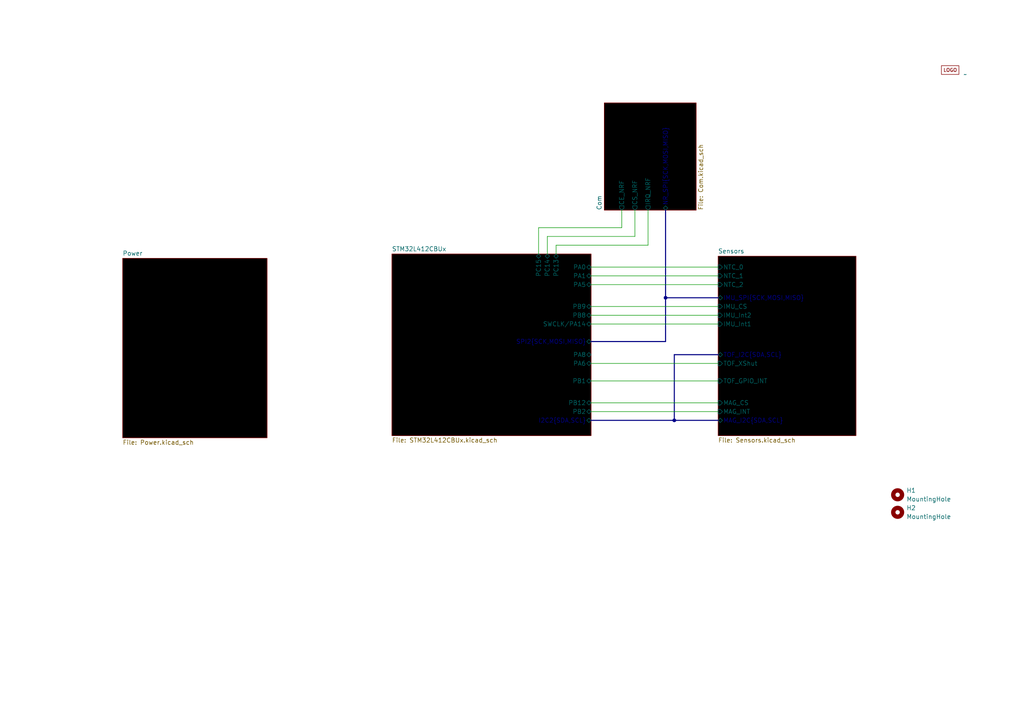
<source format=kicad_sch>
(kicad_sch (version 20231120) (generator "eeschema") (generator_version "8.0")
  (paper "A4")
  (lib_symbols
    (symbol "ESC_Library:ESC_LOGO"
      (property "Reference" "U" (at 0 0 0))
      (symbol "ESC_LOGO_1_1"
        (rectangle (start -2.54 1.27) (end 2.54 -1.27))
        (text "LOGO" (at 0 0 0) (effects (font (size 0.9906 0.9906))))
      )
    )
    (symbol "Mechanical:MountingHole" (pin_names (offset 1.016)) (exclude_from_sim yes) (in_bom no)
      (property "Reference" "H" (at 0 5.08 0))
      (property "Value" "MountingHole" (at 0 3.175 0))
      (symbol "MountingHole_0_1"
        (circle (center 0 0) (radius 1.27) (stroke (width 1.27)))
      )
    )
  )
  (junction (at 193.04 86.36))
  (junction (at 195.58 121.92))
  (wire (pts (xy 171.45 80.01) (xy 208.28 80.01)))
  (bus (pts (xy 195.58 102.87) (xy 195.58 121.92)))
  (bus (pts (xy 171.45 121.92) (xy 195.58 121.92)))
  (wire (pts (xy 171.45 110.49) (xy 208.28 110.49)))
  (wire (pts (xy 156.21 66.04) (xy 180.34 66.04)))
  (wire (pts (xy 158.75 68.58) (xy 184.15 68.58)))
  (wire (pts (xy 171.45 88.9) (xy 208.28 88.9)))
  (bus (pts (xy 195.58 102.87) (xy 208.28 102.87)))
  (wire (pts (xy 171.45 119.38) (xy 208.28 119.38)))
  (wire (pts (xy 180.34 66.04) (xy 180.34 60.96)))
  (bus (pts (xy 193.04 60.96) (xy 193.04 86.36)))
  (wire (pts (xy 171.45 77.47) (xy 208.28 77.47)))
  (bus (pts (xy 171.45 99.06) (xy 193.04 99.06)))
  (wire (pts (xy 171.45 91.44) (xy 208.28 91.44)))
  (bus (pts (xy 193.04 86.36) (xy 208.28 86.36)))
  (wire (pts (xy 208.28 82.55) (xy 171.45 82.55)))
  (wire (pts (xy 156.21 66.04) (xy 156.21 73.66)))
  (wire (pts (xy 184.15 60.96) (xy 184.15 68.58)))
  (wire (pts (xy 187.96 60.96) (xy 187.96 71.12)))
  (wire (pts (xy 171.45 93.98) (xy 208.28 93.98)))
  (wire (pts (xy 158.75 73.66) (xy 158.75 68.58)))
  (wire (pts (xy 161.29 71.12) (xy 187.96 71.12)))
  (bus (pts (xy 193.04 86.36) (xy 193.04 99.06)))
  (bus (pts (xy 195.58 121.92) (xy 208.28 121.92)))
  (wire (pts (xy 171.45 116.84) (xy 208.28 116.84)))
  (wire (pts (xy 161.29 71.12) (xy 161.29 73.66)))
  (wire (pts (xy 171.45 105.41) (xy 208.28 105.41)))
  (symbol (lib_id "Mechanical:MountingHole") (at 260.35 148.59 0) (unit 1) (exclude_from_sim yes) (in_bom no)
    (property "Reference" "H2" (at 262.89 147.3199 0) (effects (justify left)))
    (property "Value" "MountingHole" (at 262.89 149.8599 0) (effects (justify left)))
    (property "Footprint" "MountingHole:MountingHole_2.2mm_M2" (effects (hide yes)))
    (property "Description" "Mounting Hole without connection" (effects (hide yes)))
  )
  (symbol (lib_id "Mechanical:MountingHole") (at 260.35 143.51 0) (unit 1) (exclude_from_sim yes) (in_bom no)
    (property "Reference" "H1" (at 262.89 142.2399 0) (effects (justify left)))
    (property "Value" "MountingHole" (at 262.89 144.7799 0) (effects (justify left)))
    (property "Footprint" "MountingHole:MountingHole_2.2mm_M2_DIN965_Pad" (effects (hide yes)))
    (property "Description" "Mounting Hole without connection" (effects (hide yes)))
  )
  (symbol (lib_id "ESC_Library:ESC_LOGO") (at 275.59 20.32 0) (unit 1)
    (property "Reference" "U4" (effects (hide yes)))
    (property "Value" "~" (at 279.4 21.59 0) (effects (justify left)))
    (property "Footprint" "ESC_footrpints:ESC_LOGO" (effects (hide yes)))
  )
  (sheet (at 208.28 74.295) (size 40.005 52.07) (stroke (width 0.1524)) (fill (color 0 0 0 1.0000))
    (property "Sheetname" "Sensors" (at 208.28 73.5834 0) (effects (justify left bottom)))
    (property "Sheetfile" "Sensors.kicad_sch" (at 208.28 126.9496 0) (effects (justify left top)))
    (pin "MAG_CS" input (at 208.28 116.84 180))
    (pin "MAG_INT" input (at 208.28 119.38 180))
    (pin "IMU_Int1" input (at 208.28 93.98 180))
    (pin "IMU_Int2" input (at 208.28 91.44 180))
    (pin "IMU_CS" input (at 208.28 88.9 180))
    (pin "TOF_XShut" input (at 208.28 105.41 180))
    (pin "NTC_2" input (at 208.28 82.55 180))
    (pin "NTC_0" input (at 208.28 77.47 180))
    (pin "NTC_1" input (at 208.28 80.01 180))
    (pin "TOF_GPIO_INT" input (at 208.28 110.49 180))
    (pin "IMU_SPI{SCK,MOSI,MISO}" bidirectional (at 208.28 86.36 180))
    (pin "MAG_I2C{SDA,SCL}" bidirectional (at 208.28 121.92 180))
    (pin "TOF_I2C{SDA,SCL}" bidirectional (at 208.28 102.87 180))
  )
  (sheet (at 175.26 29.845) (size 26.67 31.115) (stroke (width 0.1524)) (fill (color 0 0 0 1.0000))
    (property "Sheetname" "Com" (at 174.5484 60.96 90) (effects (justify left bottom)))
    (property "Sheetfile" "Com.kicad_sch" (at 202.5146 60.96 90) (effects (justify left top)))
    (pin "IRQ_NRF" output (at 187.96 60.96 270))
    (pin "CE_NRF" output (at 180.34 60.96 270))
    (pin "CS_NRF" output (at 184.15 60.96 270))
    (pin "NR_SPI{SCK,MOSI,MISO}" bidirectional (at 193.04 60.96 270))
  )
  (sheet (at 35.56 74.93) (size 41.91 52.07) (stroke (width 0.1524)) (fill (color 0 0 0 1.0000))
    (property "Sheetname" "Power" (at 35.56 74.2184 0) (effects (justify left bottom)))
    (property "Sheetfile" "Power.kicad_sch" (at 35.56 127.5846 0) (effects (justify left top)))
  )
  (sheet (at 113.665 73.66) (size 57.785 52.705) (stroke (width 0.1524)) (fill (color 0 0 0 1.0000))
    (property "Sheetname" "STM32L412CBUx" (at 113.665 72.9484 0) (effects (justify left bottom)))
    (property "Sheetfile" "STM32L412CBUx.kicad_sch" (at 113.665 126.9496 0) (effects (justify left top)))
    (pin "SPI2{SCK,MOSI,MISO}" bidirectional (at 171.45 99.06 0))
    (pin "I2C2{SDA,SCL}" bidirectional (at 171.45 121.92 0))
    (pin "PB12" bidirectional (at 171.45 116.84 0))
    (pin "PB2" bidirectional (at 171.45 119.38 0))
    (pin "PB1" bidirectional (at 171.45 110.49 0))
    (pin "PA1" bidirectional (at 171.45 80.01 0))
    (pin "PA0" bidirectional (at 171.45 77.47 0))
    (pin "PA8" bidirectional (at 171.45 102.87 0))
    (pin "PA6" bidirectional (at 171.45 105.41 0))
    (pin "PA5" bidirectional (at 171.45 82.55 0))
    (pin "PB8" bidirectional (at 171.45 91.44 0))
    (pin "SWCLK{slash}PA14" bidirectional (at 171.45 93.98 0))
    (pin "PC15" bidirectional (at 156.21 73.66 90))
    (pin "PC14" bidirectional (at 158.75 73.66 90))
    (pin "PC13" bidirectional (at 161.29 73.66 90))
    (pin "PB9" bidirectional (at 171.45 88.9 0))
  )
)
</source>
